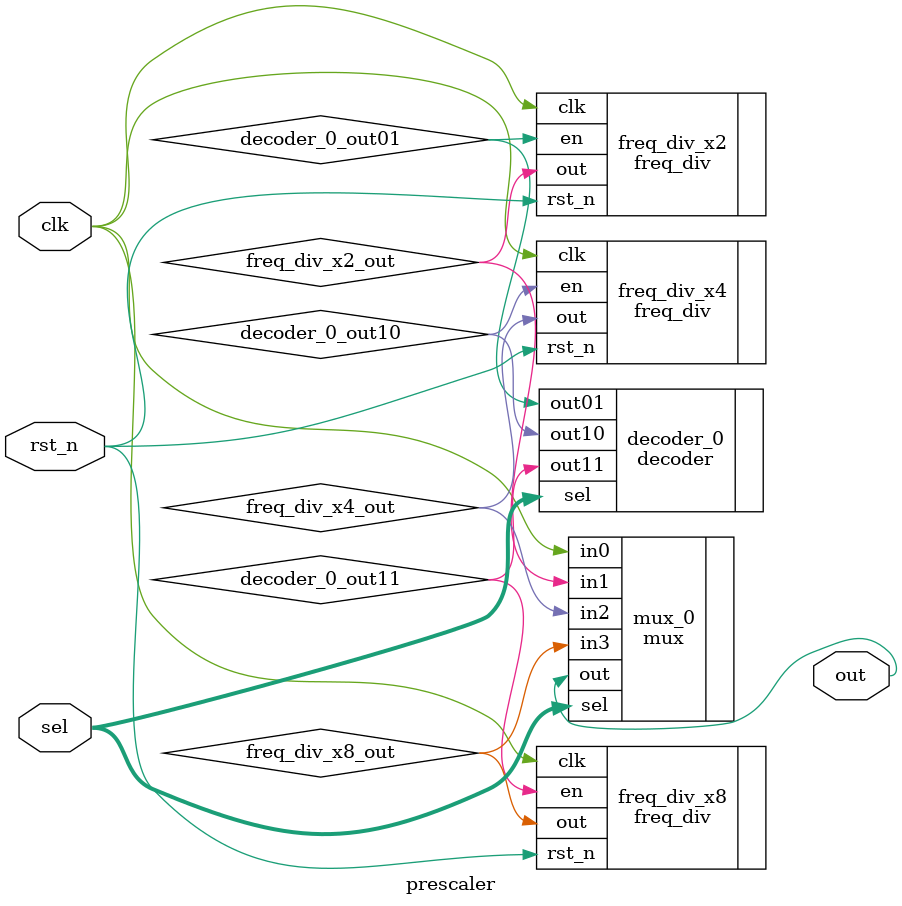
<source format=v>
module prescaler(
    input clk,
    input [1:0] sel,
    input rst_n,
    output out
    );
    
    wire decoder_0_out01;
    wire decoder_0_out10;
    wire decoder_0_out11;
    
     decoder decoder_0(
        .sel(sel),
        .out01(decoder_0_out01),
        .out10(decoder_0_out10),
        .out11(decoder_0_out11)
    );
    
    wire freq_div_x2_out;
    
    freq_div freq_div_x2(
        .clk(clk),
        .en(decoder_0_out01),
        .rst_n(rst_n),
        .out(freq_div_x2_out)
    );
    
    wire freq_div_x4_out;
    
    freq_div #(.x(2)) freq_div_x4(
        .clk(clk),
        .en(decoder_0_out10),
        .rst_n(rst_n),
        .out(freq_div_x4_out)
    );
    
    wire freq_div_x8_out;
    
    freq_div #(.x(3)) freq_div_x8(
        .clk(clk),
        .en(decoder_0_out11),
        .rst_n(rst_n),
        .out(freq_div_x8_out)
    );
   
    mux mux_0(
        .in0(clk),
        .in1(freq_div_x2_out),
        .in2(freq_div_x4_out),
        .in3(freq_div_x8_out),
        .sel(sel),
        .out(out)
    );
    
endmodule

</source>
